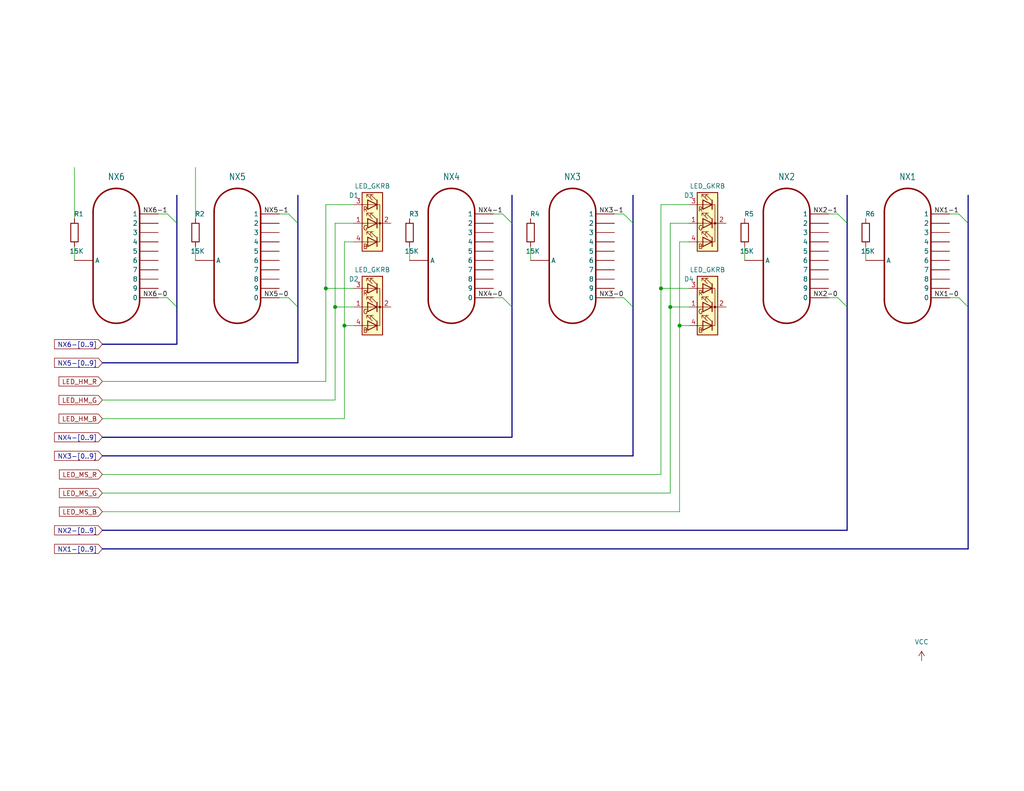
<source format=kicad_sch>
(kicad_sch (version 20231120) (generator "eeschema") (generator_version "8.0")
  (paper "USLetter")
  (title_block (title "IN-14 Nixie Tube Clock - Display") (company "Wholly Unnecessary Technologies"))
  (lib_symbols
    (symbol "Device:LED_GKRB" (pin_names (offset 0) hide)
      (property "Reference" "D" (at 0 9.398 0))
      (property "Value" "LED_GKRB" (at 0 -8.89 0))
      (symbol "LED_GKRB_0_0"
        (text "B" (at 1.905 -6.35 0) (effects (font (size 1.27 1.27))))
        (text "G" (at 1.905 -1.27 0) (effects (font (size 1.27 1.27))))
        (text "R" (at 1.905 3.81 0) (effects (font (size 1.27 1.27))))
      )
      (symbol "LED_GKRB_0_1"
        (circle (center -2.032 0) (radius 0.254) (fill (type outline)))
        (polyline (pts (xy -1.27 -5.08) (xy 1.27 -5.08)))
        (polyline (pts (xy -1.27 -3.81) (xy -1.27 -6.35)) (stroke (width 0.254)))
        (polyline (pts (xy -1.27 0) (xy -2.54 0)))
        (polyline (pts (xy -1.27 1.27) (xy -1.27 -1.27)) (stroke (width 0.254)))
        (polyline (pts (xy -1.27 5.08) (xy 1.27 5.08)))
        (polyline (pts (xy -1.27 6.35) (xy -1.27 3.81)) (stroke (width 0.254)))
        (polyline (pts (xy 1.27 -5.08) (xy 2.54 -5.08)))
        (polyline (pts (xy 1.27 0) (xy -1.27 0)))
        (polyline (pts (xy 1.27 0) (xy 2.54 0)))
        (polyline (pts (xy 1.27 5.08) (xy 2.54 5.08)))
        (polyline (pts (xy -1.27 1.27) (xy -1.27 -1.27) (xy -1.27 -1.27)))
        (polyline (pts (xy -1.27 6.35) (xy -1.27 3.81) (xy -1.27 3.81)))
        (polyline (pts (xy -1.27 5.08) (xy -2.032 5.08) (xy -2.032 -5.08) (xy -1.016 -5.08)))
        (polyline (pts (xy 1.27 -3.81) (xy 1.27 -6.35) (xy -1.27 -5.08) (xy 1.27 -3.81)) (stroke (width 0.254)))
        (polyline (pts (xy 1.27 1.27) (xy 1.27 -1.27) (xy -1.27 0) (xy 1.27 1.27)) (stroke (width 0.254)))
        (polyline (pts (xy 1.27 6.35) (xy 1.27 3.81) (xy -1.27 5.08) (xy 1.27 6.35)) (stroke (width 0.254)))
        (polyline (pts (xy -1.016 -3.81) (xy 0.508 -2.286) (xy -0.254 -2.286) (xy 0.508 -2.286) (xy 0.508 -3.048)))
        (polyline (pts (xy -1.016 1.27) (xy 0.508 2.794) (xy -0.254 2.794) (xy 0.508 2.794) (xy 0.508 2.032)))
        (polyline (pts (xy -1.016 6.35) (xy 0.508 7.874) (xy -0.254 7.874) (xy 0.508 7.874) (xy 0.508 7.112)))
        (polyline (pts (xy 0 -3.81) (xy 1.524 -2.286) (xy 0.762 -2.286) (xy 1.524 -2.286) (xy 1.524 -3.048)))
        (polyline (pts (xy 0 1.27) (xy 1.524 2.794) (xy 0.762 2.794) (xy 1.524 2.794) (xy 1.524 2.032)))
        (polyline (pts (xy 0 6.35) (xy 1.524 7.874) (xy 0.762 7.874) (xy 1.524 7.874) (xy 1.524 7.112)))
        (rectangle (start 1.27 -1.27) (end 1.27 1.27))
        (rectangle (start 1.27 1.27) (end 1.27 1.27))
        (rectangle (start 1.27 3.81) (end 1.27 6.35))
        (rectangle (start 1.27 6.35) (end 1.27 6.35))
        (rectangle (start 2.794 8.382) (end -2.794 -7.62) (stroke (width 0.254)) (fill (type background)))
      )
      (symbol "LED_GKRB_1_1"
        (pin passive line (at 5.08 0 180) (length 2.54) (name "GA") (number "1"))
        (pin passive line (at -5.08 0 0) (length 2.54) (name "K") (number "2"))
        (pin passive line (at 5.08 5.08 180) (length 2.54) (name "RA") (number "3"))
        (pin passive line (at 5.08 -5.08 180) (length 2.54) (name "BA") (number "4"))
      )
    )
    (symbol "Device:R" (pin_numbers hide) (pin_names (offset 0))
      (property "Reference" "R" (at 2.032 0 90))
      (property "Value" "R" (at 0 0 90))
      (symbol "R_0_1"
        (rectangle (start -1.016 -2.54) (end 1.016 2.54) (stroke (width 0.254)))
      )
      (symbol "R_1_1"
        (pin passive line (at 0 3.81 270) (length 1.27) (name "~") (number "1"))
        (pin passive line (at 0 -3.81 90) (length 1.27) (name "~") (number "2"))
      )
    )
    (symbol "nixies-us:IN-12A"
      (property "Reference" "NX" (at -5.715 20.955 0))
      (symbol "IN-12A_1_0"
        (arc (start -7.62 -10.795) (mid -1.27 -17.145) (end 5.08 -10.795) (stroke (width 0.4064)))
        (polyline (pts (xy -7.62 -10.795) (xy -7.62 13.335)) (stroke (width 0.4064)))
        (polyline (pts (xy 5.08 -10.795) (xy 5.08 13.335)) (stroke (width 0.4064)))
        (arc (start 5.08 13.335) (mid -1.27 19.685) (end -7.62 13.335) (stroke (width 0.4064)))
        (pin bidirectional line (at -12.7 -10.16 0) (length 5.08) (name "0") (number "0"))
        (pin bidirectional line (at -12.7 12.7 0) (length 5.08) (name "1") (number "1"))
        (pin bidirectional line (at -12.7 10.16 0) (length 5.08) (name "2") (number "2"))
        (pin bidirectional line (at -12.7 7.62 0) (length 5.08) (name "3") (number "3"))
        (pin bidirectional line (at -12.7 5.08 0) (length 5.08) (name "4") (number "4"))
        (pin bidirectional line (at -12.7 2.54 0) (length 5.08) (name "5") (number "5"))
        (pin bidirectional line (at -12.7 0 0) (length 5.08) (name "6") (number "6"))
        (pin bidirectional line (at -12.7 -2.54 0) (length 5.08) (name "7") (number "7"))
        (pin bidirectional line (at -12.7 -5.08 0) (length 5.08) (name "8") (number "8"))
        (pin bidirectional line (at -12.7 -7.62 0) (length 5.08) (name "9") (number "9"))
        (pin bidirectional line (at 10.16 0 180) (length 5.08) (name "A") (number "A"))
      )
    )
    (symbol "power:VCC" (power) (pin_numbers hide) (pin_names (offset 0) hide)
      (property "Value" "VCC" (at 0 3.556 0))
      (symbol "VCC_0_1"
        (polyline (pts (xy -0.762 1.27) (xy 0 2.54)))
        (polyline (pts (xy 0 0) (xy 0 2.54)))
        (polyline (pts (xy 0 2.54) (xy 0.762 1.27)))
      )
      (symbol "VCC_1_1"
        (pin power_in line (at 0 0 90) (length 0) (name "~") (number "1"))
      )
    )
  )
  (junction (at 180.34 78.74))
  (junction (at 182.88 83.82))
  (junction (at 88.9 78.74))
  (junction (at 185.42 88.9))
  (junction (at 91.44 83.82))
  (junction (at 93.98 88.9))
  (bus_entry (at 81.28 60.96) (size -2.54 -2.54))
  (bus_entry (at 81.28 83.82) (size -2.54 -2.54))
  (bus_entry (at 231.14 60.96) (size -2.54 -2.54))
  (bus_entry (at 48.26 83.82) (size -2.54 -2.54))
  (bus_entry (at 139.7 60.96) (size -2.54 -2.54))
  (bus_entry (at 264.16 60.96) (size -2.54 -2.54))
  (bus_entry (at 264.16 83.82) (size -2.54 -2.54))
  (bus_entry (at 48.26 60.96) (size -2.54 -2.54))
  (bus_entry (at 231.14 83.82) (size -2.54 -2.54))
  (bus_entry (at 172.72 60.96) (size -2.54 -2.54))
  (bus_entry (at 139.7 83.82) (size -2.54 -2.54))
  (bus_entry (at 172.72 83.82) (size -2.54 -2.54))
  (wire (pts (xy 88.9 55.88) (xy 88.9 78.74)))
  (bus (pts (xy 81.28 83.82) (xy 81.28 99.06)))
  (bus (pts (xy 27.94 93.98) (xy 48.26 93.98)))
  (wire (pts (xy 203.2 67.31) (xy 203.2 71.12)))
  (bus (pts (xy 139.7 53.34) (xy 139.7 60.96)))
  (bus (pts (xy 172.72 60.96) (xy 172.72 83.82)))
  (wire (pts (xy 182.88 83.82) (xy 187.96 83.82)))
  (bus (pts (xy 139.7 119.38) (xy 27.94 119.38)))
  (wire (pts (xy 27.94 114.3) (xy 93.98 114.3)))
  (wire (pts (xy 185.42 66.04) (xy 185.42 88.9)))
  (wire (pts (xy 91.44 83.82) (xy 91.44 109.22)))
  (bus (pts (xy 264.16 60.96) (xy 264.16 83.82)))
  (bus (pts (xy 27.94 124.46) (xy 172.72 124.46)))
  (wire (pts (xy 180.34 78.74) (xy 187.96 78.74)))
  (wire (pts (xy 137.16 58.42) (xy 134.62 58.42)))
  (wire (pts (xy 93.98 66.04) (xy 93.98 88.9)))
  (wire (pts (xy 20.32 67.31) (xy 20.32 71.12)))
  (wire (pts (xy 182.88 60.96) (xy 182.88 83.82)))
  (wire (pts (xy 185.42 88.9) (xy 187.96 88.9)))
  (bus (pts (xy 231.14 60.96) (xy 231.14 83.82)))
  (wire (pts (xy 27.94 139.7) (xy 185.42 139.7)))
  (wire (pts (xy 96.52 66.04) (xy 93.98 66.04)))
  (wire (pts (xy 20.32 45.72) (xy 20.32 59.69)))
  (bus (pts (xy 139.7 60.96) (xy 139.7 83.82)))
  (wire (pts (xy 45.72 58.42) (xy 43.18 58.42)))
  (wire (pts (xy 187.96 60.96) (xy 182.88 60.96)))
  (bus (pts (xy 231.14 53.34) (xy 231.14 60.96)))
  (bus (pts (xy 264.16 53.34) (xy 264.16 60.96)))
  (wire (pts (xy 170.18 58.42) (xy 167.64 58.42)))
  (wire (pts (xy 180.34 55.88) (xy 180.34 78.74)))
  (wire (pts (xy 111.76 67.31) (xy 111.76 71.12)))
  (wire (pts (xy 96.52 60.96) (xy 91.44 60.96)))
  (wire (pts (xy 93.98 88.9) (xy 93.98 114.3)))
  (wire (pts (xy 261.62 81.28) (xy 259.08 81.28)))
  (wire (pts (xy 93.98 88.9) (xy 96.52 88.9)))
  (wire (pts (xy 53.34 45.72) (xy 53.34 59.69)))
  (wire (pts (xy 96.52 55.88) (xy 88.9 55.88)))
  (wire (pts (xy 144.78 67.31) (xy 144.78 71.12)))
  (wire (pts (xy 88.9 78.74) (xy 96.52 78.74)))
  (bus (pts (xy 27.94 99.06) (xy 81.28 99.06)))
  (wire (pts (xy 78.74 81.28) (xy 76.2 81.28)))
  (wire (pts (xy 137.16 81.28) (xy 134.62 81.28)))
  (wire (pts (xy 187.96 55.88) (xy 180.34 55.88)))
  (wire (pts (xy 91.44 60.96) (xy 91.44 83.82)))
  (bus (pts (xy 48.26 60.96) (xy 48.26 83.82)))
  (wire (pts (xy 180.34 78.74) (xy 180.34 129.54)))
  (wire (pts (xy 228.6 81.28) (xy 226.06 81.28)))
  (wire (pts (xy 27.94 129.54) (xy 180.34 129.54)))
  (wire (pts (xy 182.88 83.82) (xy 182.88 134.62)))
  (bus (pts (xy 139.7 83.82) (xy 139.7 119.38)))
  (wire (pts (xy 236.22 67.31) (xy 236.22 71.12)))
  (bus (pts (xy 81.28 60.96) (xy 81.28 83.82)))
  (bus (pts (xy 81.28 53.34) (xy 81.28 60.96)))
  (wire (pts (xy 27.94 104.14) (xy 88.9 104.14)))
  (wire (pts (xy 185.42 88.9) (xy 185.42 139.7)))
  (bus (pts (xy 231.14 83.82) (xy 231.14 144.78)))
  (bus (pts (xy 48.26 53.34) (xy 48.26 60.96)))
  (wire (pts (xy 91.44 83.82) (xy 96.52 83.82)))
  (wire (pts (xy 78.74 58.42) (xy 76.2 58.42)))
  (wire (pts (xy 170.18 81.28) (xy 167.64 81.28)))
  (bus (pts (xy 27.94 144.78) (xy 231.14 144.78)))
  (bus (pts (xy 172.72 53.34) (xy 172.72 60.96)))
  (wire (pts (xy 187.96 66.04) (xy 185.42 66.04)))
  (wire (pts (xy 45.72 81.28) (xy 43.18 81.28)))
  (wire (pts (xy 228.6 58.42) (xy 226.06 58.42)))
  (wire (pts (xy 27.94 109.22) (xy 91.44 109.22)))
  (bus (pts (xy 172.72 83.82) (xy 172.72 124.46)))
  (bus (pts (xy 264.16 83.82) (xy 264.16 149.86)))
  (wire (pts (xy 261.62 58.42) (xy 259.08 58.42)))
  (wire (pts (xy 27.94 134.62) (xy 182.88 134.62)))
  (bus (pts (xy 48.26 83.82) (xy 48.26 93.98)))
  (wire (pts (xy 53.34 67.31) (xy 53.34 71.12)))
  (bus (pts (xy 264.16 149.86) (xy 27.94 149.86)))
  (wire (pts (xy 88.9 78.74) (xy 88.9 104.14)))
  (label "NX4-1" (at 137.16 58.42 180))
  (label "NX2-0" (at 228.6 81.28 180))
  (label "NX1-0" (at 261.62 81.28 180))
  (label "NX6-0" (at 45.72 81.28 180))
  (label "NX3-0" (at 170.18 81.28 180))
  (label "NX4-0" (at 137.16 81.28 180))
  (label "NX2-1" (at 228.6 58.42 180))
  (label "NX6-1" (at 45.72 58.42 180))
  (label "NX3-1" (at 170.18 58.42 180))
  (label "NX5-0" (at 78.74 81.28 180))
  (label "NX5-1" (at 78.74 58.42 180))
  (label "NX1-1" (at 261.62 58.42 180))
  (global_label "NX4-[0..9]" (shape input) (at 27.94 119.38 180) (property "Intersheetrefs" "${INTERSHEET_REFS}" (effects (hide yes))))
  (global_label "NX1-[0..9]" (shape input) (at 27.94 149.86 180) (property "Intersheetrefs" "${INTERSHEET_REFS}" (effects (hide yes))))
  (global_label "LED_HM_R" (shape input) (at 27.94 104.14 180) (property "Intersheetrefs" "${INTERSHEET_REFS}" (effects (hide yes))))
  (global_label "NX3-[0..9]" (shape input) (at 27.94 124.46 180) (property "Intersheetrefs" "${INTERSHEET_REFS}" (effects (hide yes))))
  (global_label "LED_HM_G" (shape input) (at 27.94 109.22 180) (property "Intersheetrefs" "${INTERSHEET_REFS}" (effects (hide yes))))
  (global_label "LED_MS_B" (shape input) (at 27.94 139.7 180) (property "Intersheetrefs" "${INTERSHEET_REFS}" (effects (hide yes))))
  (global_label "LED_HM_B" (shape input) (at 27.94 114.3 180) (property "Intersheetrefs" "${INTERSHEET_REFS}" (effects (hide yes))))
  (global_label "LED_MS_G" (shape input) (at 27.94 134.62 180) (property "Intersheetrefs" "${INTERSHEET_REFS}" (effects (hide yes))))
  (global_label "NX2-[0..9]" (shape input) (at 27.94 144.78 180) (property "Intersheetrefs" "${INTERSHEET_REFS}" (effects (hide yes))))
  (global_label "NX6-[0..9]" (shape input) (at 27.94 93.98 180) (property "Intersheetrefs" "${INTERSHEET_REFS}" (effects (hide yes))))
  (global_label "LED_MS_R" (shape input) (at 27.94 129.54 180) (property "Intersheetrefs" "${INTERSHEET_REFS}" (effects (hide yes))))
  (global_label "NX5-[0..9]" (shape input) (at 27.94 99.06 180) (property "Intersheetrefs" "${INTERSHEET_REFS}" (effects (hide yes))))
  (symbol (lib_id "nixies-us:IN-12A") (at 246.38 71.12 0) (mirror y) (unit 1)
    (property "Reference" "NX1" (at 247.65 48.26 0) (effects (font (size 1.778 1.5113))))
    (property "Footprint" "hatsunearu:IN_12B_Socket" (effects (hide yes)))
    (property "Description" "IN-12A: medium numeric topview nixie tube" (effects (hide yes)))
  )
  (symbol (lib_id "Device:R") (at 53.34 63.5 0) (mirror y) (unit 1)
    (property "Reference" "R2" (at 55.88 58.42 0) (effects (justify left)))
    (property "Value" "15K" (at 55.88 68.58 0) (effects (justify left)))
    (property "Description" "Resistor" (effects (hide yes)))
  )
  (symbol (lib_id "nixies-us:IN-12A") (at 121.92 71.12 0) (mirror y) (unit 1)
    (property "Reference" "NX4" (at 123.19 48.26 0) (effects (font (size 1.778 1.5113))))
    (property "Footprint" "hatsunearu:IN_12B_Socket" (effects (hide yes)))
    (property "Description" "IN-12A: medium numeric topview nixie tube" (effects (hide yes)))
  )
  (symbol (lib_id "Device:LED_GKRB") (at 193.04 60.96 0) (mirror y) (unit 1)
    (property "Reference" "D3" (at 187.96 53.34 0))
    (property "Value" "LED_GKRB" (at 193.04 50.8 0))
    (property "Description" "RGB LED, green/cathode/red/blue" (effects (hide yes)))
  )
  (symbol (lib_id "Device:R") (at 20.32 63.5 0) (mirror y) (unit 1)
    (property "Reference" "R1" (at 22.86 58.42 0) (effects (justify left)))
    (property "Value" "15K" (at 22.86 68.58 0) (effects (justify left)))
    (property "Description" "Resistor" (effects (hide yes)))
  )
  (symbol (lib_id "Device:R") (at 111.76 63.5 0) (mirror y) (unit 1)
    (property "Reference" "R3" (at 114.3 58.42 0) (effects (justify left)))
    (property "Value" "15K" (at 114.3 68.58 0) (effects (justify left)))
    (property "Description" "Resistor" (effects (hide yes)))
  )
  (symbol (lib_id "power:VCC") (at 251.46 180.34 0) (unit 1)
    (property "Reference" "#PWR03" (effects (hide yes)))
    (property "Value" "VCC" (at 251.46 175.26 0))
    (property "Description" "Power symbol creates a global label with name \"VCC\"" (effects (hide yes)))
  )
  (symbol (lib_id "nixies-us:IN-12A") (at 30.48 71.12 0) (mirror y) (unit 1)
    (property "Reference" "NX6" (at 31.75 48.26 0) (effects (font (size 1.778 1.5113))))
    (property "Footprint" "hatsunearu:IN_12B_Socket" (effects (hide yes)))
    (property "Description" "IN-12A: medium numeric topview nixie tube" (effects (hide yes)))
  )
  (symbol (lib_id "nixies-us:IN-12A") (at 213.36 71.12 0) (mirror y) (unit 1)
    (property "Reference" "NX2" (at 214.63 48.26 0) (effects (font (size 1.778 1.5113))))
    (property "Footprint" "hatsunearu:IN_12B_Socket" (effects (hide yes)))
    (property "Description" "IN-12A: medium numeric topview nixie tube" (effects (hide yes)))
  )
  (symbol (lib_id "nixies-us:IN-12A") (at 63.5 71.12 0) (mirror y) (unit 1)
    (property "Reference" "NX5" (at 64.77 48.26 0) (effects (font (size 1.778 1.5113))))
    (property "Footprint" "hatsunearu:IN_12B_Socket" (effects (hide yes)))
    (property "Description" "IN-12A: medium numeric topview nixie tube" (effects (hide yes)))
  )
  (symbol (lib_id "Device:R") (at 203.2 63.5 0) (mirror y) (unit 1)
    (property "Reference" "R5" (at 205.74 58.42 0) (effects (justify left)))
    (property "Value" "15K" (at 205.74 68.58 0) (effects (justify left)))
    (property "Description" "Resistor" (effects (hide yes)))
  )
  (symbol (lib_id "nixies-us:IN-12A") (at 154.94 71.12 0) (mirror y) (unit 1)
    (property "Reference" "NX3" (at 156.21 48.26 0) (effects (font (size 1.778 1.5113))))
    (property "Footprint" "hatsunearu:IN_12B_Socket" (effects (hide yes)))
    (property "Description" "IN-12A: medium numeric topview nixie tube" (effects (hide yes)))
  )
  (symbol (lib_id "Device:LED_GKRB") (at 193.04 83.82 0) (mirror y) (unit 1)
    (property "Reference" "D4" (at 187.96 76.2 0))
    (property "Value" "LED_GKRB" (at 193.04 73.66 0))
    (property "Description" "RGB LED, green/cathode/red/blue" (effects (hide yes)))
  )
  (symbol (lib_id "Device:LED_GKRB") (at 101.6 83.82 0) (mirror y) (unit 1)
    (property "Reference" "D2" (at 96.52 76.2 0))
    (property "Value" "LED_GKRB" (at 101.6 73.66 0))
    (property "Description" "RGB LED, green/cathode/red/blue" (effects (hide yes)))
  )
  (symbol (lib_id "Device:R") (at 144.78 63.5 0) (mirror y) (unit 1)
    (property "Reference" "R4" (at 147.32 58.42 0) (effects (justify left)))
    (property "Value" "15K" (at 147.32 68.58 0) (effects (justify left)))
    (property "Description" "Resistor" (effects (hide yes)))
  )
  (symbol (lib_id "Device:LED_GKRB") (at 101.6 60.96 0) (mirror y) (unit 1)
    (property "Reference" "D1" (at 96.52 53.34 0))
    (property "Value" "LED_GKRB" (at 101.6 50.8 0))
    (property "Description" "RGB LED, green/cathode/red/blue" (effects (hide yes)))
  )
  (symbol (lib_id "Device:R") (at 236.22 63.5 0) (mirror y) (unit 1)
    (property "Reference" "R6" (at 238.76 58.42 0) (effects (justify left)))
    (property "Value" "15K" (at 238.76 68.58 0) (effects (justify left)))
    (property "Description" "Resistor" (effects (hide yes)))
  )
)
</source>
